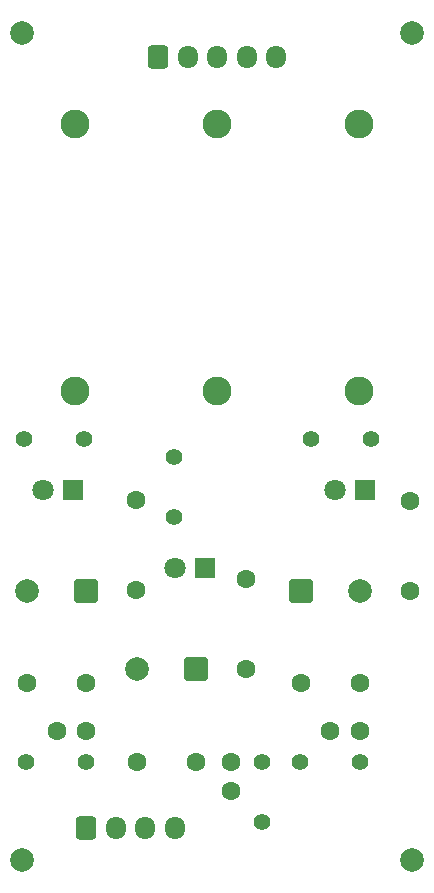
<source format=gbr>
%TF.GenerationSoftware,KiCad,Pcbnew,9.0.3+dfsg-1*%
%TF.CreationDate,2026-02-22T16:32:14-05:00*%
%TF.ProjectId,bench-power,62656e63-682d-4706-9f77-65722e6b6963,rev?*%
%TF.SameCoordinates,Original*%
%TF.FileFunction,Soldermask,Top*%
%TF.FilePolarity,Negative*%
%FSLAX46Y46*%
G04 Gerber Fmt 4.6, Leading zero omitted, Abs format (unit mm)*
G04 Created by KiCad (PCBNEW 9.0.3+dfsg-1) date 2026-02-22 16:32:14*
%MOMM*%
%LPD*%
G01*
G04 APERTURE LIST*
G04 Aperture macros list*
%AMRoundRect*
0 Rectangle with rounded corners*
0 $1 Rounding radius*
0 $2 $3 $4 $5 $6 $7 $8 $9 X,Y pos of 4 corners*
0 Add a 4 corners polygon primitive as box body*
4,1,4,$2,$3,$4,$5,$6,$7,$8,$9,$2,$3,0*
0 Add four circle primitives for the rounded corners*
1,1,$1+$1,$2,$3*
1,1,$1+$1,$4,$5*
1,1,$1+$1,$6,$7*
1,1,$1+$1,$8,$9*
0 Add four rect primitives between the rounded corners*
20,1,$1+$1,$2,$3,$4,$5,0*
20,1,$1+$1,$4,$5,$6,$7,0*
20,1,$1+$1,$6,$7,$8,$9,0*
20,1,$1+$1,$8,$9,$2,$3,0*%
G04 Aperture macros list end*
%ADD10C,2.000000*%
%ADD11C,1.600000*%
%ADD12C,1.400000*%
%ADD13RoundRect,0.250000X0.750000X0.750000X-0.750000X0.750000X-0.750000X-0.750000X0.750000X-0.750000X0*%
%ADD14RoundRect,0.250000X-0.600000X-0.725000X0.600000X-0.725000X0.600000X0.725000X-0.600000X0.725000X0*%
%ADD15O,1.700000X1.950000*%
%ADD16RoundRect,0.250000X-0.750000X-0.750000X0.750000X-0.750000X0.750000X0.750000X-0.750000X0.750000X0*%
%ADD17R,1.800000X1.800000*%
%ADD18C,1.800000*%
%ADD19C,2.454000*%
G04 APERTURE END LIST*
D10*
%TO.C,REF\u002A\u002A*%
X143000000Y-121000000D03*
%TD*%
D11*
%TO.C,C2*%
X143443367Y-106018641D03*
X148443367Y-106018641D03*
%TD*%
D12*
%TO.C,R6*%
X167455790Y-85371938D03*
X172535790Y-85371938D03*
%TD*%
%TO.C,R4*%
X166499410Y-112738751D03*
X171579410Y-112738751D03*
%TD*%
D10*
%TO.C,REF\u002A\u002A*%
X176000000Y-51000000D03*
%TD*%
D13*
%TO.C,C4*%
X157709104Y-104858699D03*
D10*
X152709104Y-104858699D03*
%TD*%
D14*
%TO.C,J1*%
X148409529Y-118328189D03*
D15*
X150909529Y-118328189D03*
X153409529Y-118328189D03*
X155909529Y-118328189D03*
%TD*%
D16*
%TO.C,C7*%
X166632323Y-98200085D03*
D10*
X171632323Y-98200085D03*
%TD*%
D11*
%TO.C,C9*%
X169079410Y-110107884D03*
X171579410Y-110107884D03*
%TD*%
D12*
%TO.C,R5*%
X155879788Y-86875059D03*
X155879788Y-91955059D03*
%TD*%
D11*
%TO.C,FB4*%
X175798913Y-90580085D03*
X175798913Y-98200085D03*
%TD*%
D12*
%TO.C,R2*%
X143363367Y-112732182D03*
X148443367Y-112732182D03*
%TD*%
D13*
%TO.C,C1*%
X148443367Y-98190216D03*
D10*
X143443367Y-98190216D03*
%TD*%
D17*
%TO.C,D1*%
X147300680Y-89708898D03*
D18*
X144760680Y-89708898D03*
%TD*%
D11*
%TO.C,C3*%
X145943367Y-110104700D03*
X148443367Y-110104700D03*
%TD*%
D19*
%TO.C,F2*%
X159500000Y-58700000D03*
X159500000Y-81300000D03*
%TD*%
%TO.C,F3*%
X171500000Y-58700000D03*
X171500000Y-81300000D03*
%TD*%
D11*
%TO.C,C5*%
X152728019Y-112700747D03*
X157728019Y-112700747D03*
%TD*%
D10*
%TO.C,REF\u002A\u002A*%
X176000000Y-121000000D03*
%TD*%
D11*
%TO.C,FB2*%
X152635490Y-90513258D03*
X152635490Y-98133258D03*
%TD*%
D19*
%TO.C,F1*%
X147500000Y-58700000D03*
X147500000Y-81300000D03*
%TD*%
D12*
%TO.C,R1*%
X148267689Y-85337534D03*
X143187689Y-85337534D03*
%TD*%
D14*
%TO.C,J2*%
X154500000Y-53000000D03*
D15*
X157000000Y-53000000D03*
X159500000Y-53000000D03*
X162000000Y-53000000D03*
X164500000Y-53000000D03*
%TD*%
D17*
%TO.C,D2*%
X158522440Y-96255840D03*
D18*
X155982440Y-96255840D03*
%TD*%
D11*
%TO.C,C6*%
X160666148Y-115200747D03*
X160666148Y-112700747D03*
%TD*%
D12*
%TO.C,R3*%
X163332773Y-117780747D03*
X163332773Y-112700747D03*
%TD*%
D17*
%TO.C,D3*%
X172005984Y-89695378D03*
D18*
X169465984Y-89695378D03*
%TD*%
D11*
%TO.C,FB3*%
X161934694Y-97239452D03*
X161934694Y-104859452D03*
%TD*%
D10*
%TO.C,REF\u002A\u002A*%
X143000000Y-51000000D03*
%TD*%
D11*
%TO.C,C8*%
X166579410Y-106036280D03*
X171579410Y-106036280D03*
%TD*%
M02*

</source>
